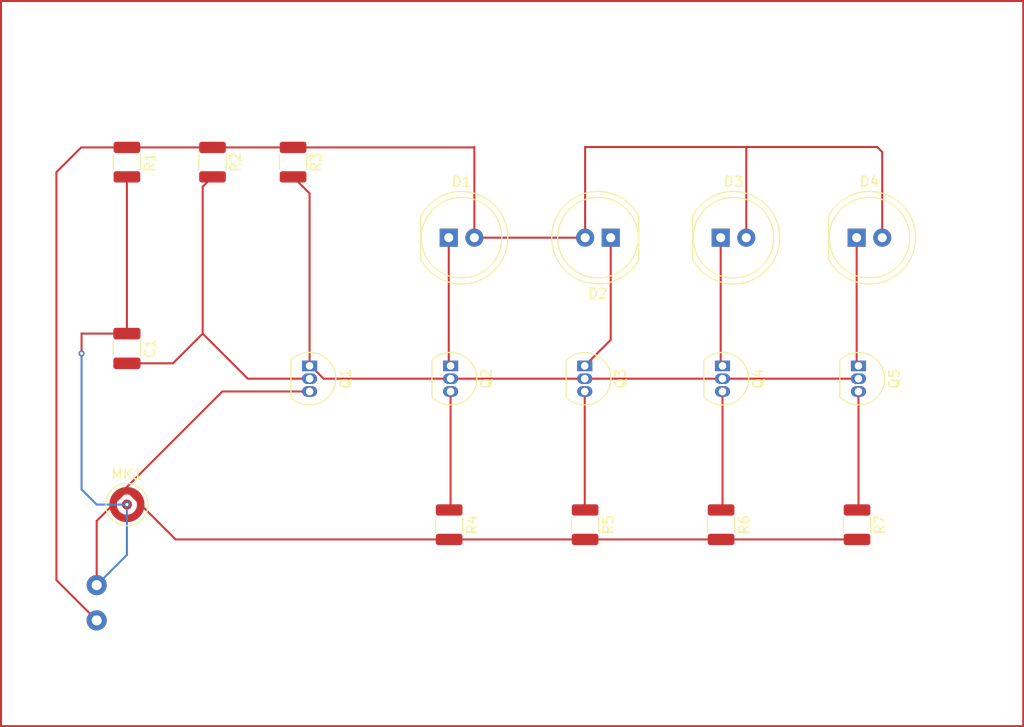
<source format=kicad_pcb>
(kicad_pcb (version 20240108) (generator "pcbnew") (generator_version "8.0")
  (layers (0 "F.Cu" signal) (31 "B.Cu" signal) (34 "B.Paste" user) (35 "F.Paste" user) (36 "B.SilkS" user "B.Silkscreen") (37 "F.SilkS" user "F.Silkscreen") (38 "B.Mask" user) (39 "F.Mask" user) (44 "Edge.Cuts" user))
  (net 0 "")
  (net 1 "Net-(Q1-B)")
  (net 2 "Net-(MK1-+)")
  (net 3 "+9V")
  (net 4 "Net-(D1-K)")
  (net 5 "Net-(D2-K)")
  (net 6 "Net-(D3-K)")
  (net 7 "Net-(D4-K)")
  (net 8 "GND")
  (net 9 "Net-(Q1-C)")
  (net 10 "Net-(Q2-E)")
  (net 11 "Net-(Q3-E)")
  (net 12 "Net-(Q4-E)")
  (net 13 "Net-(Q5-E)")
  (footprint "Resistor_SMD:R_1210_3225Metric" (layer "F.Cu") (at 121.5 69 -90)
    (property "Reference" "R2" (at 0 -2.28 90) (layer "F.SilkS"))
    (property "Value" "1M")
    (fp_line (start -0.723737 1.355) (end 0.723737 1.355) (stroke (width 0.12)) (layer "F.SilkS"))
    (fp_line (start -0.723737 -1.355) (end 0.723737 -1.355) (stroke (width 0.12)) (layer "F.SilkS"))
    (pad "1" smd roundrect (at -1.4625 0 270) (size 1.125 2.65) (layers "F.Cu" "F.Paste" "F.Mask") (roundrect_rratio 0.222222) (net 3 "+9V"))
    (pad "2" smd roundrect (at 1.4625 0 270) (size 1.125 2.65) (layers "F.Cu" "F.Paste" "F.Mask") (roundrect_rratio 0.222222) (net 1 "Net-(Q1-B)"))
  )
  (footprint "Resistor_SMD:R_1210_3225Metric" (layer "F.Cu") (at 145 105 -90)
    (property "Reference" "R4" (at 0 -2.28 90) (layer "F.SilkS"))
    (property "Value" "1k")
    (fp_line (start -0.723737 1.355) (end 0.723737 1.355) (stroke (width 0.12)) (layer "F.SilkS"))
    (fp_line (start -0.723737 -1.355) (end 0.723737 -1.355) (stroke (width 0.12)) (layer "F.SilkS"))
    (pad "1" smd roundrect (at -1.4625 0 270) (size 1.125 2.65) (layers "F.Cu" "F.Paste" "F.Mask") (roundrect_rratio 0.222222) (net 10 "Net-(Q2-E)"))
    (pad "2" smd roundrect (at 1.4625 0 270) (size 1.125 2.65) (layers "F.Cu" "F.Paste" "F.Mask") (roundrect_rratio 0.222222) (net 8 "GND"))
  )
  (footprint "Package_TO_SOT_THT:TO-92_Inline" (layer "F.Cu") (at 158.46 89.23 -90)
    (property "Reference" "Q3" (at 1.27 -3.56 90) (layer "F.SilkS"))
    (property "Value" "BC547")
    (fp_line (start -0.53 1.85) (end 3.07 1.85) (stroke (width 0.12)) (layer "F.SilkS"))
    (fp_arc (start -0.568478 1.838478) (mid -1.132087 -0.994977) (end 1.27 -2.6) (stroke (width 0.12)) (layer "F.SilkS"))
    (fp_arc (start 1.27 -2.6) (mid 3.672087 -0.994977) (end 3.108478 1.838478) (stroke (width 0.12)) (layer "F.SilkS"))
    (pad "1" thru_hole rect (at 0 0 270) (size 1.05 1.5) (drill 0.75) (layers "*.Cu" "*.Mask") (net 5 "Net-(D2-K)"))
    (pad "2" thru_hole oval (at 1.27 0 270) (size 1.05 1.5) (drill 0.75) (layers "*.Cu" "*.Mask") (net 9 "Net-(Q1-C)"))
    (pad "3" thru_hole oval (at 2.54 0 270) (size 1.05 1.5) (drill 0.75) (layers "*.Cu" "*.Mask") (net 11 "Net-(Q3-E)"))
  )
  (footprint "Package_TO_SOT_THT:TO-92_Inline" (layer "F.Cu") (at 131.14 89.23 -90)
    (property "Reference" "Q1" (at 1.27 -3.56 90) (layer "F.SilkS"))
    (property "Value" "BC547")
    (fp_line (start -0.53 1.85) (end 3.07 1.85) (stroke (width 0.12)) (layer "F.SilkS"))
    (fp_arc (start -0.568478 1.838478) (mid -1.132087 -0.994977) (end 1.27 -2.6) (stroke (width 0.12)) (layer "F.SilkS"))
    (fp_arc (start 1.27 -2.6) (mid 3.672087 -0.994977) (end 3.108478 1.838478) (stroke (width 0.12)) (layer "F.SilkS"))
    (pad "1" thru_hole rect (at 0 0 270) (size 1.05 1.5) (drill 0.75) (layers "*.Cu" "*.Mask") (net 9 "Net-(Q1-C)"))
    (pad "2" thru_hole oval (at 1.27 0 270) (size 1.05 1.5) (drill 0.75) (layers "*.Cu" "*.Mask") (net 1 "Net-(Q1-B)"))
    (pad "3" thru_hole oval (at 2.54 0 270) (size 1.05 1.5) (drill 0.75) (layers "*.Cu" "*.Mask") (net 8 "GND"))
  )
  (footprint "LED_THT:LED_D8.0mm" (layer "F.Cu") (at 171.96 76.5)
    (property "Reference" "D3" (at 1.27 -5.56 0) (layer "F.SilkS"))
    (property "Value" "LED")
    (fp_line (start -2.79 -2.142) (end -2.79 2.142) (stroke (width 0.12)) (layer "F.SilkS"))
    (fp_arc (start -2.79 -2.141145) (mid 2.373119 -4.455472) (end 5.86 0.000486) (stroke (width 0.12)) (layer "F.SilkS"))
    (fp_arc (start 5.86 -0.000486) (mid 2.373119 4.455472) (end -2.79 2.141145) (stroke (width 0.12)) (layer "F.SilkS"))
    (fp_circle (center 1.27 0) (end 5.27 0) (stroke (width 0.12)) (fill none) (layer "F.SilkS"))
    (pad "1" thru_hole rect (at 0 0) (size 1.8 1.8) (drill 0.9) (layers "*.Cu" "*.Mask") (net 6 "Net-(D3-K)"))
    (pad "2" thru_hole circle (at 2.54 0) (size 1.8 1.8) (drill 0.9) (layers "*.Cu" "*.Mask") (net 3 "+9V"))
  )
  (footprint "Resistor_SMD:R_1210_3225Metric" (layer "F.Cu") (at 172 105 -90)
    (property "Reference" "R6" (at 0 -2.28 90) (layer "F.SilkS"))
    (property "Value" "1k")
    (fp_line (start -0.723737 1.355) (end 0.723737 1.355) (stroke (width 0.12)) (layer "F.SilkS"))
    (fp_line (start -0.723737 -1.355) (end 0.723737 -1.355) (stroke (width 0.12)) (layer "F.SilkS"))
    (pad "1" smd roundrect (at -1.4625 0 270) (size 1.125 2.65) (layers "F.Cu" "F.Paste" "F.Mask") (roundrect_rratio 0.222222) (net 12 "Net-(Q4-E)"))
    (pad "2" smd roundrect (at 1.4625 0 270) (size 1.125 2.65) (layers "F.Cu" "F.Paste" "F.Mask") (roundrect_rratio 0.222222) (net 8 "GND"))
  )
  (footprint "LED_THT:LED_D8.0mm" (layer "F.Cu") (at 185.46 76.5)
    (property "Reference" "D4" (at 1.27 -5.56 0) (layer "F.SilkS"))
    (property "Value" "LED")
    (fp_line (start -2.79 -2.142) (end -2.79 2.142) (stroke (width 0.12)) (layer "F.SilkS"))
    (fp_arc (start -2.79 -2.141145) (mid 2.373119 -4.455472) (end 5.86 0.000486) (stroke (width 0.12)) (layer "F.SilkS"))
    (fp_arc (start 5.86 -0.000486) (mid 2.373119 4.455472) (end -2.79 2.141145) (stroke (width 0.12)) (layer "F.SilkS"))
    (fp_circle (center 1.27 0) (end 5.27 0) (stroke (width 0.12)) (fill none) (layer "F.SilkS"))
    (pad "1" thru_hole rect (at 0 0) (size 1.8 1.8) (drill 0.9) (layers "*.Cu" "*.Mask") (net 7 "Net-(D4-K)"))
    (pad "2" thru_hole circle (at 2.54 0) (size 1.8 1.8) (drill 0.9) (layers "*.Cu" "*.Mask") (net 3 "+9V"))
  )
  (footprint "LED_THT:LED_D8.0mm" (layer "F.Cu") (at 144.96 76.5)
    (property "Reference" "D1" (at 1.27 -5.56 0) (layer "F.SilkS"))
    (property "Value" "LED")
    (fp_line (start -2.79 -2.142) (end -2.79 2.142) (stroke (width 0.12)) (layer "F.SilkS"))
    (fp_arc (start -2.79 -2.141145) (mid 2.373119 -4.455472) (end 5.86 0.000486) (stroke (width 0.12)) (layer "F.SilkS"))
    (fp_arc (start 5.86 -0.000486) (mid 2.373119 4.455472) (end -2.79 2.141145) (stroke (width 0.12)) (layer "F.SilkS"))
    (fp_circle (center 1.27 0) (end 5.27 0) (stroke (width 0.12)) (fill none) (layer "F.SilkS"))
    (pad "1" thru_hole rect (at 0 0) (size 1.8 1.8) (drill 0.9) (layers "*.Cu" "*.Mask") (net 4 "Net-(D1-K)"))
    (pad "2" thru_hole circle (at 2.54 0) (size 1.8 1.8) (drill 0.9) (layers "*.Cu" "*.Mask") (net 3 "+9V"))
  )
  (footprint "Package_TO_SOT_THT:TO-92_Inline" (layer "F.Cu") (at 172.14 89.23 -90)
    (property "Reference" "Q4" (at 1.27 -3.56 90) (layer "F.SilkS"))
    (property "Value" "BC547")
    (fp_line (start -0.53 1.85) (end 3.07 1.85) (stroke (width 0.12)) (layer "F.SilkS"))
    (fp_arc (start -0.568478 1.838478) (mid -1.132087 -0.994977) (end 1.27 -2.6) (stroke (width 0.12)) (layer "F.SilkS"))
    (fp_arc (start 1.27 -2.6) (mid 3.672087 -0.994977) (end 3.108478 1.838478) (stroke (width 0.12)) (layer "F.SilkS"))
    (pad "1" thru_hole rect (at 0 0 270) (size 1.05 1.5) (drill 0.75) (layers "*.Cu" "*.Mask") (net 6 "Net-(D3-K)"))
    (pad "2" thru_hole oval (at 1.27 0 270) (size 1.05 1.5) (drill 0.75) (layers "*.Cu" "*.Mask") (net 9 "Net-(Q1-C)"))
    (pad "3" thru_hole oval (at 2.54 0 270) (size 1.05 1.5) (drill 0.75) (layers "*.Cu" "*.Mask") (net 12 "Net-(Q4-E)"))
  )
  (footprint "Resistor_SMD:R_1210_3225Metric" (layer "F.Cu") (at 113 69 -90)
    (property "Reference" "R1" (at 0 -2.28 90) (layer "F.SilkS"))
    (property "Value" "10k")
    (fp_line (start -0.723737 1.355) (end 0.723737 1.355) (stroke (width 0.12)) (layer "F.SilkS"))
    (fp_line (start -0.723737 -1.355) (end 0.723737 -1.355) (stroke (width 0.12)) (layer "F.SilkS"))
    (pad "1" smd roundrect (at -1.4625 0 270) (size 1.125 2.65) (layers "F.Cu" "F.Paste" "F.Mask") (roundrect_rratio 0.222222) (net 3 "+9V"))
    (pad "2" smd roundrect (at 1.4625 0 270) (size 1.125 2.65) (layers "F.Cu" "F.Paste" "F.Mask") (roundrect_rratio 0.222222) (net 2 "Net-(MK1-+)"))
  )
  (footprint "Resistor_SMD:R_1210_3225Metric" (layer "F.Cu") (at 158.5 105 -90)
    (property "Reference" "R5" (at 0 -2.28 90) (layer "F.SilkS"))
    (property "Value" "1k")
    (fp_line (start -0.723737 1.355) (end 0.723737 1.355) (stroke (width 0.12)) (layer "F.SilkS"))
    (fp_line (start -0.723737 -1.355) (end 0.723737 -1.355) (stroke (width 0.12)) (layer "F.SilkS"))
    (pad "1" smd roundrect (at -1.4625 0 270) (size 1.125 2.65) (layers "F.Cu" "F.Paste" "F.Mask") (roundrect_rratio 0.222222) (net 11 "Net-(Q3-E)"))
    (pad "2" smd roundrect (at 1.4625 0 270) (size 1.125 2.65) (layers "F.Cu" "F.Paste" "F.Mask") (roundrect_rratio 0.222222) (net 8 "GND"))
  )
  (footprint "Package_TO_SOT_THT:TO-92_Inline" (layer "F.Cu") (at 185.64 89.23 -90)
    (property "Reference" "Q5" (at 1.27 -3.56 90) (layer "F.SilkS"))
    (property "Value" "BC547")
    (fp_line (start -0.53 1.85) (end 3.07 1.85) (stroke (width 0.12)) (layer "F.SilkS"))
    (fp_arc (start -0.568478 1.838478) (mid -1.132087 -0.994977) (end 1.27 -2.6) (stroke (width 0.12)) (layer "F.SilkS"))
    (fp_arc (start 1.27 -2.6) (mid 3.672087 -0.994977) (end 3.108478 1.838478) (stroke (width 0.12)) (layer "F.SilkS"))
    (pad "1" thru_hole rect (at 0 0 270) (size 1.05 1.5) (drill 0.75) (layers "*.Cu" "*.Mask") (net 7 "Net-(D4-K)"))
    (pad "2" thru_hole oval (at 1.27 0 270) (size 1.05 1.5) (drill 0.75) (layers "*.Cu" "*.Mask") (net 9 "Net-(Q1-C)"))
    (pad "3" thru_hole oval (at 2.54 0 270) (size 1.05 1.5) (drill 0.75) (layers "*.Cu" "*.Mask") (net 13 "Net-(Q5-E)"))
  )
  (footprint "Capacitor_SMD:C_1210_3225Metric" (layer "F.Cu") (at 113 87.5 -90)
    (property "Reference" "C1" (at 0 -2.3 90) (layer "F.SilkS"))
    (property "Value" "100n")
    (fp_line (start -0.711252 1.36) (end 0.711252 1.36) (stroke (width 0.12)) (layer "F.SilkS"))
    (fp_line (start -0.711252 -1.36) (end 0.711252 -1.36) (stroke (width 0.12)) (layer "F.SilkS"))
    (pad "1" smd roundrect (at -1.475 0 270) (size 1.15 2.7) (layers "F.Cu" "F.Paste" "F.Mask") (roundrect_rratio 0.217391) (net 2 "Net-(MK1-+)"))
    (pad "2" smd roundrect (at 1.475 0 270) (size 1.15 2.7) (layers "F.Cu" "F.Paste" "F.Mask") (roundrect_rratio 0.217391) (net 1 "Net-(Q1-B)"))
  )
  (footprint "Resistor_SMD:R_1210_3225Metric" (layer "F.Cu") (at 129.5 69 -90)
    (property "Reference" "R3" (at 0 -2.28 90) (layer "F.SilkS"))
    (property "Value" "10k")
    (fp_line (start -0.723737 1.355) (end 0.723737 1.355) (stroke (width 0.12)) (layer "F.SilkS"))
    (fp_line (start -0.723737 -1.355) (end 0.723737 -1.355) (stroke (width 0.12)) (layer "F.SilkS"))
    (pad "1" smd roundrect (at -1.4625 0 270) (size 1.125 2.65) (layers "F.Cu" "F.Paste" "F.Mask") (roundrect_rratio 0.222222) (net 3 "+9V"))
    (pad "2" smd roundrect (at 1.4625 0 270) (size 1.125 2.65) (layers "F.Cu" "F.Paste" "F.Mask") (roundrect_rratio 0.222222) (net 9 "Net-(Q1-C)"))
  )
  (footprint "LED_THT:LED_D8.0mm" (layer "F.Cu") (at 161.04 76.5 180)
    (property "Reference" "D2" (at 1.27 -5.56 360) (layer "F.SilkS"))
    (property "Value" "LED")
    (fp_line (start -2.79 -2.142) (end -2.79 2.142) (stroke (width 0.12)) (layer "F.SilkS"))
    (fp_arc (start 5.86 -0.000486) (mid 2.373119 4.455472) (end -2.79 2.141145) (stroke (width 0.12)) (layer "F.SilkS"))
    (fp_arc (start -2.79 -2.141145) (mid 2.373119 -4.455472) (end 5.86 0.000486) (stroke (width 0.12)) (layer "F.SilkS"))
    (fp_circle (center 1.27 0) (end 5.27 0) (stroke (width 0.12)) (fill none) (layer "F.SilkS"))
    (pad "1" thru_hole rect (at 0 0 180) (size 1.8 1.8) (drill 0.9) (layers "*.Cu" "*.Mask") (net 5 "Net-(D2-K)"))
    (pad "2" thru_hole circle (at 2.54 0 180) (size 1.8 1.8) (drill 0.9) (layers "*.Cu" "*.Mask") (net 3 "+9V"))
  )
  (footprint "Sensor_Audio:CUI_CMC-4013-SMT" (layer "F.Cu") (at 113 103)
    (property "Reference" "MK1" (at 0 -3 360) (layer "F.SilkS"))
    (property "Value" "Microphone")
    (fp_circle (center 0 0) (end 2.1 0) (stroke (width 0.12)) (fill none) (layer "F.SilkS"))
    (pad "1" smd custom (at 0 -1.375) (size 0.75 0.75) (layers "F.Cu" "F.Paste" "F.Mask") (net 8 "GND") (options (clearance outline) (anchor circle)) (primitives (gr_circle (center 0 1.375) (end 1.375 1.375) (width 0.75) (fill no))))
    (pad "2" smd circle (at 0 0) (size 1 1) (layers "F.Cu" "F.Paste" "F.Mask") (net 2 "Net-(MK1-+)"))
  )
  (footprint "Resistor_SMD:R_1210_3225Metric" (layer "F.Cu") (at 185.5 105 -90)
    (property "Reference" "R7" (at 0 -2.28 90) (layer "F.SilkS"))
    (property "Value" "1k")
    (fp_line (start -0.723737 1.355) (end 0.723737 1.355) (stroke (width 0.12)) (layer "F.SilkS"))
    (fp_line (start -0.723737 -1.355) (end 0.723737 -1.355) (stroke (width 0.12)) (layer "F.SilkS"))
    (pad "1" smd roundrect (at -1.4625 0 270) (size 1.125 2.65) (layers "F.Cu" "F.Paste" "F.Mask") (roundrect_rratio 0.222222) (net 13 "Net-(Q5-E)"))
    (pad "2" smd roundrect (at 1.4625 0 270) (size 1.125 2.65) (layers "F.Cu" "F.Paste" "F.Mask") (roundrect_rratio 0.222222) (net 8 "GND"))
  )
  (footprint "Package_TO_SOT_THT:TO-92_Inline" (layer "F.Cu") (at 145.14 89.23 -90)
    (property "Reference" "Q2" (at 1.27 -3.56 90) (layer "F.SilkS"))
    (property "Value" "BC547")
    (fp_line (start -0.53 1.85) (end 3.07 1.85) (stroke (width 0.12)) (layer "F.SilkS"))
    (fp_arc (start -0.568478 1.838478) (mid -1.132087 -0.994977) (end 1.27 -2.6) (stroke (width 0.12)) (layer "F.SilkS"))
    (fp_arc (start 1.27 -2.6) (mid 3.672087 -0.994977) (end 3.108478 1.838478) (stroke (width 0.12)) (layer "F.SilkS"))
    (pad "1" thru_hole rect (at 0 0 270) (size 1.05 1.5) (drill 0.75) (layers "*.Cu" "*.Mask") (net 4 "Net-(D1-K)"))
    (pad "2" thru_hole oval (at 1.27 0 270) (size 1.05 1.5) (drill 0.75) (layers "*.Cu" "*.Mask") (net 9 "Net-(Q1-C)"))
    (pad "3" thru_hole oval (at 2.54 0 270) (size 1.05 1.5) (drill 0.75) (layers "*.Cu" "*.Mask") (net 10 "Net-(Q2-E)"))
  )
  (gr_line (start 202 53) (end 100.5 53) (stroke (width 0.2)) (layer "F.Cu"))
  (gr_line (start 202 125) (end 202 53) (stroke (width 0.2)) (layer "F.Cu"))
  (gr_line (start 100.5 53) (end 100.5 125) (stroke (width 0.2)) (layer "F.Cu"))
  (gr_line (start 100.5 125) (end 202 125) (stroke (width 0.2)) (layer "F.Cu"))
  (segment (start 131.14 90.5) (end 125 90.5) (width 0.2) (layer "F.Cu") (net 1))
  (segment (start 125 90.5) (end 120.525 86.025) (width 0.2) (layer "F.Cu") (net 1))
  (segment (start 120.525 86.025) (end 117.575 88.975) (width 0.2) (layer "F.Cu") (net 1))
  (segment (start 120.525 71.4375) (end 120.525 86.025) (width 0.2) (layer "F.Cu") (net 1))
  (segment (start 121.5 70.4625) (end 120.525 71.4375) (width 0.2) (layer "F.Cu") (net 1))
  (segment (start 117.575 88.975) (end 113 88.975) (width 0.2) (layer "F.Cu") (net 1))
  (segment (start 113 70.4625) (end 113 86.025) (width 0.2) (layer "F.Cu") (net 2))
  (segment (start 113 86.025) (end 108.525 86.025) (width 0.2) (layer "F.Cu") (net 2))
  (segment (start 108.5 86) (end 108.5 88) (width 0.2) (layer "F.Cu") (net 2))
  (segment (start 108.525 86.025) (end 108.5 86) (width 0.2) (layer "F.Cu") (net 2))
  (via (at 108.5 88) (size 0.6) (drill 0.3) (layers "F.Cu" "B.Cu") (net 2))
  (via (at 113 103) (size 0.6) (drill 0.3) (layers "F.Cu" "B.Cu") (net 2))
  (segment (start 108.5 101.5) (end 108.5 88) (width 0.2) (layer "B.Cu") (net 2))
  (segment (start 110 103) (end 108.5 101.5) (width 0.2) (layer "B.Cu") (net 2))
  (segment (start 113 103) (end 110 103) (width 0.2) (layer "B.Cu") (net 2))
  (segment (start 147.5 76.5) (end 158.5 76.5) (width 0.2) (layer "F.Cu") (net 3))
  (segment (start 110 114.5) (end 106 110.5) (width 0.2) (layer "F.Cu") (net 3))
  (segment (start 147.5 67.5) (end 147.5 76.5) (width 0.2) (layer "F.Cu") (net 3))
  (segment (start 158.5 76.5) (end 158.5 67.5) (width 0.2) (layer "F.Cu") (net 3))
  (segment (start 187.5 67.5) (end 188 68) (width 0.2) (layer "F.Cu") (net 3))
  (segment (start 129.5 67.5375) (end 147.4625 67.5375) (width 0.2) (layer "F.Cu") (net 3))
  (segment (start 106 70) (end 108.4625 67.5375) (width 0.2) (layer "F.Cu") (net 3))
  (segment (start 188 68) (end 188 76.5) (width 0.2) (layer "F.Cu") (net 3))
  (segment (start 147.4625 67.5375) (end 147.5 67.5) (width 0.2) (layer "F.Cu") (net 3))
  (segment (start 121.5 67.5375) (end 129.5 67.5375) (width 0.2) (layer "F.Cu") (net 3))
  (segment (start 106 110.5) (end 106 70) (width 0.2) (layer "F.Cu") (net 3))
  (segment (start 174.5 67.5) (end 187.5 67.5) (width 0.2) (layer "F.Cu") (net 3))
  (segment (start 174.5 76.5) (end 174.5 67.5) (width 0.2) (layer "F.Cu") (net 3))
  (segment (start 113 67.5375) (end 121.5 67.5375) (width 0.2) (layer "F.Cu") (net 3))
  (segment (start 108.4625 67.5375) (end 113 67.5375) (width 0.2) (layer "F.Cu") (net 3))
  (segment (start 158.5 67.5) (end 174.5 67.5) (width 0.2) (layer "F.Cu") (net 3))
  (via (at 110 114.5) (size 2) (drill 1) (layers "F.Cu" "B.Cu") (net 3))
  (segment (start 144.96 89.05) (end 145.14 89.23) (width 0.2) (layer "F.Cu") (net 4))
  (segment (start 144.96 76.5) (end 144.96 89.05) (width 0.2) (layer "F.Cu") (net 4))
  (segment (start 161.04 86.65) (end 158.46 89.23) (width 0.2) (layer "F.Cu") (net 5))
  (segment (start 161.04 76.5) (end 161.04 86.65) (width 0.2) (layer "F.Cu") (net 5))
  (segment (start 171.96 76.5) (end 171.96 89.05) (width 0.2) (layer "F.Cu") (net 6))
  (segment (start 171.96 89.05) (end 172.14 89.23) (width 0.2) (layer "F.Cu") (net 6))
  (segment (start 185.46 76.5) (end 185.46 89.05) (width 0.2) (layer "F.Cu") (net 7))
  (segment (start 185.46 89.05) (end 185.64 89.23) (width 0.2) (layer "F.Cu") (net 7))
  (segment (start 110 111) (end 110 104.625) (width 0.2) (layer "F.Cu") (net 8))
  (segment (start 131.14 91.77) (end 122.48 91.77) (width 0.2) (layer "F.Cu") (net 8))
  (segment (start 122.48 91.77) (end 113 101.25) (width 0.2) (layer "F.Cu") (net 8))
  (segment (start 145 106.4625) (end 117.8375 106.4625) (width 0.2) (layer "F.Cu") (net 8))
  (segment (start 117.8375 106.4625) (end 113 101.625) (width 0.2) (layer "F.Cu") (net 8))
  (segment (start 172 106.4625) (end 158.5 106.4625) (width 0.2) (layer "F.Cu") (net 8))
  (segment (start 185.5 106.4625) (end 172 106.4625) (width 0.2) (layer "F.Cu") (net 8))
  (segment (start 158.5 106.4625) (end 145 106.4625) (width 0.2) (layer "F.Cu") (net 8))
  (segment (start 110 104.625) (end 113 101.625) (width 0.2) (layer "F.Cu") (net 8))
  (via (at 110 111) (size 2) (drill 1) (layers "F.Cu" "B.Cu") (net 8))
  (segment (start 113 108) (end 113 103.6) (width 0.2) (layer "B.Cu") (net 8))
  (segment (start 110 111) (end 113 108) (width 0.2) (layer "B.Cu") (net 8))
  (segment (start 172.14 90.5) (end 158.46 90.5) (width 0.2) (layer "F.Cu") (net 9))
  (segment (start 158.46 90.5) (end 145.14 90.5) (width 0.2) (layer "F.Cu") (net 9))
  (segment (start 185.64 90.5) (end 172.14 90.5) (width 0.2) (layer "F.Cu") (net 9))
  (segment (start 131.14 72.1025) (end 131.14 89.23) (width 0.2) (layer "F.Cu") (net 9))
  (segment (start 129.5 70.4625) (end 131.14 72.1025) (width 0.2) (layer "F.Cu") (net 9))
  (segment (start 131.261726 89.23) (end 131.14 89.23) (width 0.2) (layer "F.Cu") (net 9))
  (segment (start 132.531726 90.5) (end 131.261726 89.23) (width 0.2) (layer "F.Cu") (net 9))
  (segment (start 145.14 90.5) (end 132.531726 90.5) (width 0.2) (layer "F.Cu") (net 9))
  (segment (start 145.14 103.3975) (end 145 103.5375) (width 0.2) (layer "F.Cu") (net 10))
  (segment (start 145.14 91.77) (end 145.14 103.3975) (width 0.2) (layer "F.Cu") (net 10))
  (segment (start 158.46 103.4975) (end 158.5 103.5375) (width 0.2) (layer "F.Cu") (net 11))
  (segment (start 158.46 91.77) (end 158.46 103.4975) (width 0.2) (layer "F.Cu") (net 11))
  (segment (start 172.14 103.3975) (end 172 103.5375) (width 0.2) (layer "F.Cu") (net 12))
  (segment (start 172.14 91.77) (end 172.14 103.3975) (width 0.2) (layer "F.Cu") (net 12))
  (segment (start 185.64 103.3975) (end 185.5 103.5375) (width 0.2) (layer "F.Cu") (net 13))
  (segment (start 185.64 91.77) (end 185.64 103.3975) (width 0.2) (layer "F.Cu") (net 13))
)
</source>
